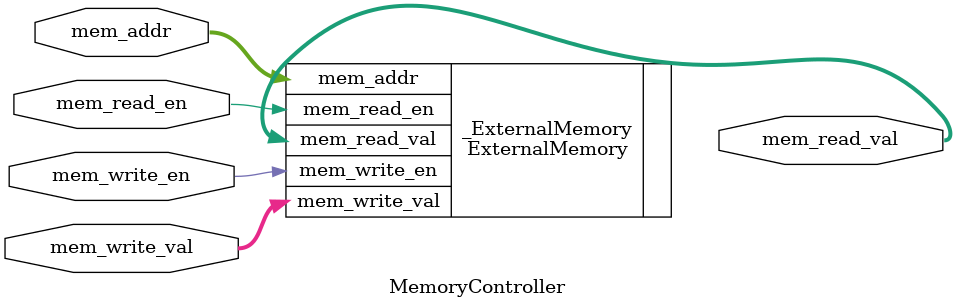
<source format=v>
`ifndef __MEMORYCONTROLLER_V__
`define __MEMORYCONTROLLER_V__

`include "ExternalMemory.v"

module MemoryController # (
	parameter MEM_WIDTH = 32,
	parameter MEM_SIZE = 256
	)	(
	input wire [$clog2(MEM_SIZE)-1:0] mem_addr,
	input wire mem_read_en,
	input wire mem_write_en,
	output wire [MEM_WIDTH-1:0] mem_read_val,
	input wire [MEM_WIDTH-1:0] mem_write_val
	);

	ExternalMemory # (
		.MEM_WIDTH(MEM_WIDTH),
		.MEM_SIZE(MEM_SIZE)
	) _ExternalMemory (
		.mem_addr(mem_addr),
		.mem_read_en(mem_read_en),
		.mem_write_en(mem_write_en),
		.mem_read_val(mem_read_val),
		.mem_write_val(mem_write_val)
	);

endmodule

`endif /*__MEMORYCONTROLLER_V__*/
</source>
